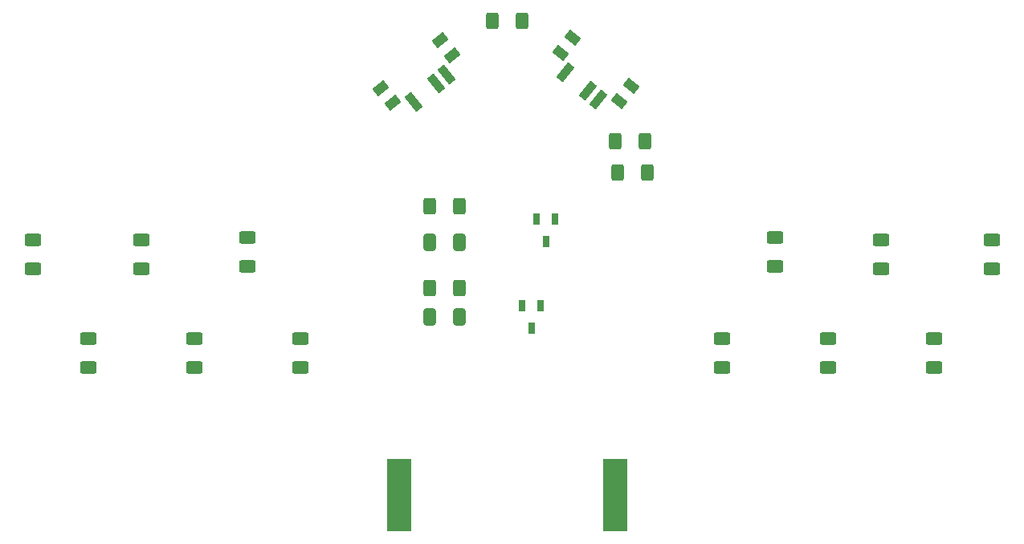
<source format=gbr>
%TF.GenerationSoftware,KiCad,Pcbnew,(6.0.1)*%
%TF.CreationDate,2022-06-06T15:20:40-07:00*%
%TF.ProjectId,Satellite_PCB,53617465-6c6c-4697-9465-5f5043422e6b,rev?*%
%TF.SameCoordinates,Original*%
%TF.FileFunction,Paste,Bot*%
%TF.FilePolarity,Positive*%
%FSLAX46Y46*%
G04 Gerber Fmt 4.6, Leading zero omitted, Abs format (unit mm)*
G04 Created by KiCad (PCBNEW (6.0.1)) date 2022-06-06 15:20:40*
%MOMM*%
%LPD*%
G01*
G04 APERTURE LIST*
G04 Aperture macros list*
%AMRoundRect*
0 Rectangle with rounded corners*
0 $1 Rounding radius*
0 $2 $3 $4 $5 $6 $7 $8 $9 X,Y pos of 4 corners*
0 Add a 4 corners polygon primitive as box body*
4,1,4,$2,$3,$4,$5,$6,$7,$8,$9,$2,$3,0*
0 Add four circle primitives for the rounded corners*
1,1,$1+$1,$2,$3*
1,1,$1+$1,$4,$5*
1,1,$1+$1,$6,$7*
1,1,$1+$1,$8,$9*
0 Add four rect primitives between the rounded corners*
20,1,$1+$1,$2,$3,$4,$5,0*
20,1,$1+$1,$4,$5,$6,$7,0*
20,1,$1+$1,$6,$7,$8,$9,0*
20,1,$1+$1,$8,$9,$2,$3,0*%
%AMRotRect*
0 Rectangle, with rotation*
0 The origin of the aperture is its center*
0 $1 length*
0 $2 width*
0 $3 Rotation angle, in degrees counterclockwise*
0 Add horizontal line*
21,1,$1,$2,0,0,$3*%
G04 Aperture macros list end*
%ADD10RoundRect,0.250000X0.625000X-0.400000X0.625000X0.400000X-0.625000X0.400000X-0.625000X-0.400000X0*%
%ADD11RoundRect,0.250000X0.400000X0.625000X-0.400000X0.625000X-0.400000X-0.625000X0.400000X-0.625000X0*%
%ADD12RoundRect,0.250000X-0.412500X-0.650000X0.412500X-0.650000X0.412500X0.650000X-0.412500X0.650000X0*%
%ADD13R,0.800000X1.200000*%
%ADD14RoundRect,0.250000X-0.400000X-0.625000X0.400000X-0.625000X0.400000X0.625000X-0.400000X0.625000X0*%
%ADD15RoundRect,0.250000X0.412500X0.650000X-0.412500X0.650000X-0.412500X-0.650000X0.412500X-0.650000X0*%
%ADD16RotRect,0.900000X2.000000X39.000000*%
%ADD17RotRect,1.500000X1.000000X39.000000*%
%ADD18R,2.540000X7.620000*%
%ADD19RotRect,0.900000X2.000000X321.000000*%
%ADD20RotRect,1.500000X1.000000X321.000000*%
G04 APERTURE END LIST*
D10*
%TO.C,R3*%
X120878600Y-88443400D03*
X120878600Y-85343400D03*
%TD*%
%TO.C,R2*%
X109702600Y-88697400D03*
X109702600Y-85597400D03*
%TD*%
%TO.C,R1*%
X98272600Y-88697400D03*
X98272600Y-85597400D03*
%TD*%
%TO.C,R6*%
X193268600Y-99111400D03*
X193268600Y-96011400D03*
%TD*%
%TO.C,R10*%
X126466600Y-99111400D03*
X126466600Y-96011400D03*
%TD*%
D11*
%TO.C,R17*%
X143256600Y-90703400D03*
X140156600Y-90703400D03*
%TD*%
D12*
%TO.C,C2*%
X140144100Y-93751400D03*
X143269100Y-93751400D03*
%TD*%
D11*
%TO.C,R14*%
X162814600Y-75209400D03*
X159714600Y-75209400D03*
%TD*%
D10*
%TO.C,R4*%
X170916600Y-99111400D03*
X170916600Y-96011400D03*
%TD*%
D13*
%TO.C,Q2*%
X149900600Y-92551400D03*
X150850600Y-94951400D03*
X151800600Y-92551400D03*
%TD*%
D14*
%TO.C,R15*%
X159968600Y-78511400D03*
X163068600Y-78511400D03*
%TD*%
D11*
%TO.C,R16*%
X143256600Y-82067400D03*
X140156600Y-82067400D03*
%TD*%
D14*
%TO.C,R7*%
X146760600Y-62509400D03*
X149860600Y-62509400D03*
%TD*%
D10*
%TO.C,R13*%
X176504600Y-88443400D03*
X176504600Y-85343400D03*
%TD*%
D15*
%TO.C,C1*%
X143269100Y-85877400D03*
X140144100Y-85877400D03*
%TD*%
D16*
%TO.C,SW1*%
X138422662Y-71067663D03*
X140792958Y-69148236D03*
X141919819Y-68235721D03*
D17*
X136244540Y-71158684D03*
X134985900Y-69604392D03*
X142512054Y-66186292D03*
X141203067Y-64569829D03*
%TD*%
D10*
%TO.C,R8*%
X104114600Y-99111400D03*
X104114600Y-96011400D03*
%TD*%
%TO.C,R9*%
X115290600Y-99111400D03*
X115290600Y-96011400D03*
%TD*%
D13*
%TO.C,Q1*%
X151424600Y-83407400D03*
X152374600Y-85807400D03*
X153324600Y-83407400D03*
%TD*%
D10*
%TO.C,R5*%
X182092600Y-99111400D03*
X182092600Y-96011400D03*
%TD*%
D18*
%TO.C,BT1*%
X136910600Y-112547400D03*
X159710600Y-112547400D03*
%TD*%
D19*
%TO.C,SW2*%
X154447381Y-67981721D03*
X156817676Y-69901148D03*
X157944538Y-70813663D03*
D20*
X153905492Y-65870121D03*
X155164133Y-64315829D03*
X160072314Y-70966855D03*
X161381300Y-69350392D03*
%TD*%
D10*
%TO.C,R12*%
X187680600Y-88697400D03*
X187680600Y-85597400D03*
%TD*%
%TO.C,R11*%
X199364600Y-88697400D03*
X199364600Y-85597400D03*
%TD*%
M02*

</source>
